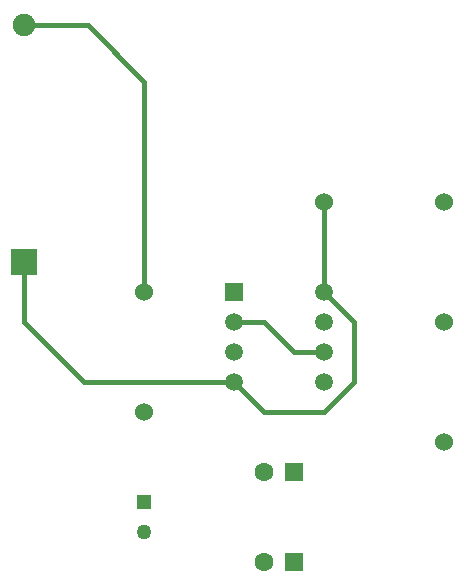
<source format=gbr>
G04 DipTrace 2.1.9.5*
%INBottom.gbr*%
%MOIN*%
%ADD13C,0.016*%
%ADD14R,0.0591X0.0591*%
%ADD15C,0.0591*%
%ADD16C,0.06*%
%ADD17C,0.06*%
%ADD18C,0.05*%
%ADD19R,0.05X0.05*%
%ADD20C,0.063*%
%ADD21R,0.063X0.063*%
%ADD23R,0.0866X0.0866*%
%ADD24C,0.0748*%
%FSLAX44Y44*%
%SFA1B1*%
%OFA0B0*%
G04*
G70*
G90*
G75*
G01*
%LNBottom*%
%LPD*%
X5000Y18874D2*
D13*
X7126D1*
X9000Y17000D1*
Y10000D1*
X12000Y9000D2*
X13000D1*
X14000Y8000D1*
X15000D1*
X12000Y7000D2*
X13000Y6000D1*
X15000D1*
X16000Y7000D1*
Y9000D1*
X15000Y10000D1*
Y13000D1*
Y10000D2*
D3*
X5000Y11000D2*
Y9000D1*
X7000Y7000D1*
X12000D1*
D14*
Y10000D3*
D15*
Y9000D3*
Y8000D3*
Y7000D3*
X15000D3*
Y8000D3*
Y9000D3*
Y10000D3*
D16*
Y13000D3*
D17*
X19000D3*
D16*
Y5000D3*
D17*
Y9000D3*
D16*
X9000Y6000D3*
D17*
Y10000D3*
D18*
Y2000D3*
D19*
Y3000D3*
D20*
X13000Y1000D3*
D21*
X14000D3*
D20*
X13000Y4000D3*
D21*
X14000D3*
D23*
X5000Y11000D3*
D24*
Y18874D3*
M02*

</source>
